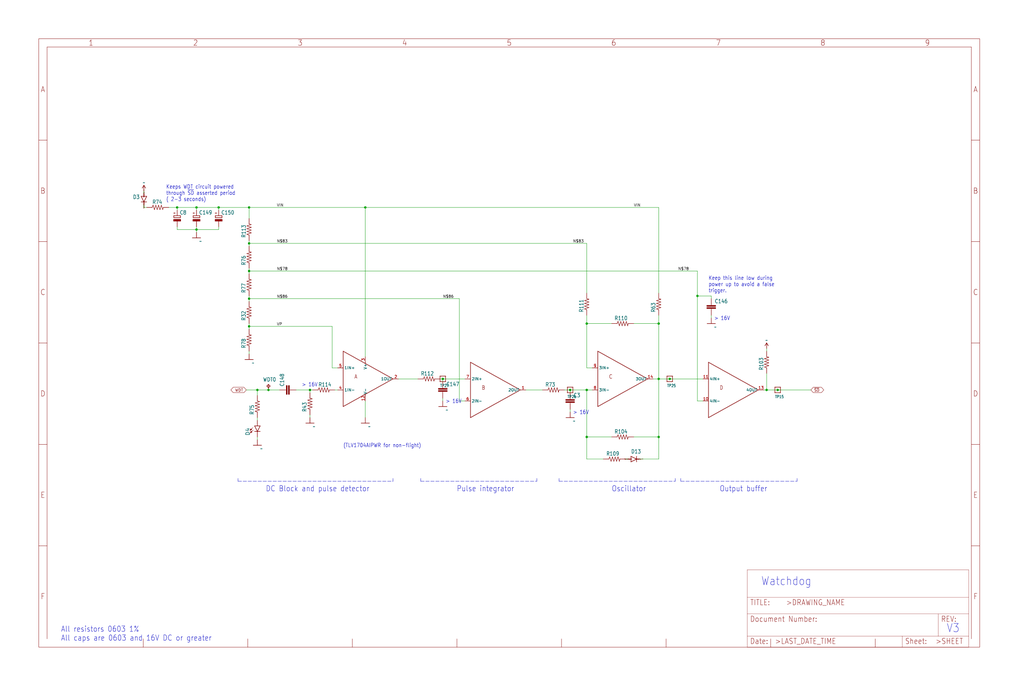
<source format=kicad_sch>
(kicad_sch (version 20211123) (generator eeschema)
  (paper "User" 469.9 317.906)
  (lib_symbols
    (symbol "oresat-c3-eagle-import:C-EU0603-C-NOSILK"
      (property "Reference" "C" (at 1.524 0.381 0))
      (property "Value" "C-EU0603-C-NOSILK" (at 1.524 -4.699 0))
      (symbol "C-EU0603-C-NOSILK_1_0"
        (rectangle (start -2.032 -2.032) (end 2.032 -1.524) (fill (type outline)))
        (rectangle (start -2.032 -1.016) (end 2.032 -0.508) (fill (type outline)))
        (polyline (pts (xy 0 -2.54) (xy 0 -2.032)) (stroke (width 0.1524)))
        (polyline (pts (xy 0 0) (xy 0 -0.508)) (stroke (width 0.1524)))
        (pin passive line (at 0 2.54 270) (length 2.54) (name "1") (number "1"))
        (pin passive line (at 0 -5.08 90) (length 2.54) (name "2") (number "2"))
      )
    )
    (symbol "oresat-c3-eagle-import:CPOL-EUD{slash}7343-31R"
      (property "Reference" "C" (at 1.143 0.4826 0))
      (property "Value" "CPOL-EUD{slash}7343-31R" (at 1.143 -4.5974 0))
      (symbol "CPOL-EUD{slash}7343-31R_1_0"
        (rectangle (start -1.651 -2.54) (end 1.651 -1.651) (fill (type outline)))
        (polyline (pts (xy -1.524 -0.889) (xy 1.524 -0.889)) (stroke (width 0.254)))
        (polyline (pts (xy -1.524 0) (xy -1.524 -0.889)) (stroke (width 0.254)))
        (polyline (pts (xy -1.524 0) (xy 1.524 0)) (stroke (width 0.254)))
        (polyline (pts (xy 1.524 -0.889) (xy 1.524 0)) (stroke (width 0.254)))
        (text "+" (at -0.5842 0.4064 900) (effects (font (size 1.27 1.0795)) (justify left bottom)))
        (pin passive line (at 0 2.54 270) (length 2.54) (name "+") (number "+"))
        (pin passive line (at 0 -5.08 90) (length 2.54) (name "-") (number "-"))
      )
    )
    (symbol "oresat-c3-eagle-import:DIODE-SOD323-R"
      (property "Reference" "D" (at -2.54 1.905 0))
      (property "Value" "DIODE-SOD323-R" (at -2.54 -3.81 0))
      (symbol "DIODE-SOD323-R_1_0"
        (polyline (pts (xy -1.27 -1.27) (xy 1.27 0)) (stroke (width 0.254)))
        (polyline (pts (xy -1.27 0) (xy -2.54 0)) (stroke (width 0.254)))
        (polyline (pts (xy -1.27 0) (xy -1.27 -1.27)) (stroke (width 0.254)))
        (polyline (pts (xy -1.27 1.27) (xy -1.27 0)) (stroke (width 0.254)))
        (polyline (pts (xy 1.27 0) (xy -1.27 1.27)) (stroke (width 0.254)))
        (polyline (pts (xy 1.27 0) (xy 1.27 -1.27)) (stroke (width 0.254)))
        (polyline (pts (xy 1.27 1.27) (xy 1.27 0)) (stroke (width 0.254)))
        (polyline (pts (xy 2.54 0) (xy 1.27 0)) (stroke (width 0.254)))
        (text "SpiceOrder 1" (at -2.54 0 0) (effects (font (size 0.4064 0.3454))))
        (text "SpiceOrder 2" (at 2.54 0 0) (effects (font (size 0.4064 0.3454))))
        (pin passive line (at -2.54 0 0) (length 0) (name "A") (number "A"))
        (pin passive line (at 2.54 0 180) (length 0) (name "C") (number "C"))
      )
    )
    (symbol "oresat-c3-eagle-import:FRAME_B_L"
      (symbol "FRAME_B_L_1_0"
        (polyline (pts (xy 0 46.5667) (xy 3.81 46.5667)))
        (polyline (pts (xy 0 93.1333) (xy 3.81 93.1333)))
        (polyline (pts (xy 0 139.7) (xy 3.81 139.7)))
        (polyline (pts (xy 0 186.2667) (xy 3.81 186.2667)))
        (polyline (pts (xy 0 232.8333) (xy 3.81 232.8333)))
        (polyline (pts (xy 3.81 3.81) (xy 3.81 275.59)))
        (polyline (pts (xy 47.9778 0) (xy 47.9778 3.81)))
        (polyline (pts (xy 95.9556 0) (xy 95.9556 3.81)))
        (polyline (pts (xy 143.9333 0) (xy 143.9333 3.81)))
        (polyline (pts (xy 191.9111 0) (xy 191.9111 3.81)))
        (polyline (pts (xy 239.8889 0) (xy 239.8889 3.81)))
        (polyline (pts (xy 287.8667 0) (xy 287.8667 3.81)))
        (polyline (pts (xy 335.8444 0) (xy 335.8444 3.81)))
        (polyline (pts (xy 383.8222 0) (xy 383.8222 3.81)))
        (polyline (pts (xy 427.99 3.81) (xy 427.99 275.59)))
        (polyline (pts (xy 427.99 46.5667) (xy 431.8 46.5667)))
        (polyline (pts (xy 427.99 93.1333) (xy 431.8 93.1333)))
        (polyline (pts (xy 427.99 139.7) (xy 431.8 139.7)))
        (polyline (pts (xy 427.99 186.2667) (xy 431.8 186.2667)))
        (polyline (pts (xy 427.99 232.8333) (xy 431.8 232.8333)))
        (polyline (pts (xy 427.99 275.59) (xy 3.81 275.59)))
        (polyline (pts (xy 0 0) (xy 431.8 0) (xy 431.8 279.4) (xy 0 279.4) (xy 0 0)))
        (text "1" (at 23.9889 277.495 0) (effects (font (size 2.54 2.286))))
        (text "2" (at 71.9667 277.495 0) (effects (font (size 2.54 2.286))))
        (text "3" (at 119.9444 277.495 0) (effects (font (size 2.54 2.286))))
        (text "4" (at 167.9222 277.495 0) (effects (font (size 2.54 2.286))))
        (text "5" (at 215.9 277.495 0) (effects (font (size 2.54 2.286))))
        (text "6" (at 263.8778 277.495 0) (effects (font (size 2.54 2.286))))
        (text "7" (at 311.8556 277.495 0) (effects (font (size 2.54 2.286))))
        (text "8" (at 359.8333 277.495 0) (effects (font (size 2.54 2.286))))
        (text "9" (at 407.8111 277.495 0) (effects (font (size 2.54 2.286))))
        (text "A" (at 1.905 256.1167 0) (effects (font (size 2.54 2.286))))
        (text "A" (at 429.895 256.1167 0) (effects (font (size 2.54 2.286))))
        (text "B" (at 1.905 209.55 0) (effects (font (size 2.54 2.286))))
        (text "B" (at 429.895 209.55 0) (effects (font (size 2.54 2.286))))
        (text "C" (at 1.905 162.9833 0) (effects (font (size 2.54 2.286))))
        (text "C" (at 429.895 162.9833 0) (effects (font (size 2.54 2.286))))
        (text "D" (at 1.905 116.4167 0) (effects (font (size 2.54 2.286))))
        (text "D" (at 429.895 116.4167 0) (effects (font (size 2.54 2.286))))
        (text "E" (at 1.905 69.85 0) (effects (font (size 2.54 2.286))))
        (text "E" (at 429.895 69.85 0) (effects (font (size 2.54 2.286))))
        (text "F" (at 1.905 23.2833 0) (effects (font (size 2.54 2.286))))
        (text "F" (at 429.895 23.2833 0) (effects (font (size 2.54 2.286))))
      )
      (symbol "FRAME_B_L_2_0"
        (polyline (pts (xy 0 0) (xy 0 5.08)) (stroke (width 0.1016)))
        (polyline (pts (xy 0 0) (xy 71.12 0)) (stroke (width 0.1016)))
        (polyline (pts (xy 0 5.08) (xy 0 15.24)) (stroke (width 0.1016)))
        (polyline (pts (xy 0 5.08) (xy 71.12 5.08)) (stroke (width 0.1016)))
        (polyline (pts (xy 0 15.24) (xy 0 22.86)) (stroke (width 0.1016)))
        (polyline (pts (xy 0 22.86) (xy 0 35.56)) (stroke (width 0.1016)))
        (polyline (pts (xy 0 22.86) (xy 101.6 22.86)) (stroke (width 0.1016)))
        (polyline (pts (xy 71.12 0) (xy 101.6 0)) (stroke (width 0.1016)))
        (polyline (pts (xy 71.12 5.08) (xy 71.12 0)) (stroke (width 0.1016)))
        (polyline (pts (xy 71.12 5.08) (xy 87.63 5.08)) (stroke (width 0.1016)))
        (polyline (pts (xy 87.63 5.08) (xy 101.6 5.08)) (stroke (width 0.1016)))
        (polyline (pts (xy 87.63 15.24) (xy 0 15.24)) (stroke (width 0.1016)))
        (polyline (pts (xy 87.63 15.24) (xy 87.63 5.08)) (stroke (width 0.1016)))
        (polyline (pts (xy 101.6 5.08) (xy 101.6 0)) (stroke (width 0.1016)))
        (polyline (pts (xy 101.6 15.24) (xy 87.63 15.24)) (stroke (width 0.1016)))
        (polyline (pts (xy 101.6 15.24) (xy 101.6 5.08)) (stroke (width 0.1016)))
        (polyline (pts (xy 101.6 22.86) (xy 101.6 15.24)) (stroke (width 0.1016)))
        (polyline (pts (xy 101.6 35.56) (xy 0 35.56)) (stroke (width 0.1016)))
        (polyline (pts (xy 101.6 35.56) (xy 101.6 22.86)) (stroke (width 0.1016)))
        (text ">DRAWING_NAME" (at 17.78 19.05 0) (effects (font (size 2.54 2.159)) (justify left bottom)))
        (text ">LAST_DATE_TIME" (at 12.7 1.27 0) (effects (font (size 2.54 2.159)) (justify left bottom)))
        (text ">SHEET" (at 86.36 1.27 0) (effects (font (size 2.54 2.159)) (justify left bottom)))
        (text "Date:" (at 1.27 1.27 0) (effects (font (size 2.54 2.159)) (justify left bottom)))
        (text "Document Number:" (at 1.27 11.43 0) (effects (font (size 2.54 2.159)) (justify left bottom)))
        (text "REV:" (at 88.9 11.43 0) (effects (font (size 2.54 2.159)) (justify left bottom)))
        (text "Sheet:" (at 72.39 1.27 0) (effects (font (size 2.54 2.159)) (justify left bottom)))
        (text "TITLE:" (at 1.27 19.05 0) (effects (font (size 2.54 2.159)) (justify left bottom)))
      )
    )
    (symbol "oresat-c3-eagle-import:GND" (power)
      (property "Value" "GND" (at -2.54 -2.54 0))
      (symbol "GND_1_0"
        (polyline (pts (xy -1.905 0) (xy 1.905 0)) (stroke (width 0.254)))
        (pin power_in line (at 0 2.54 270) (length 2.54) (name "GND") (number "1"))
      )
    )
    (symbol "oresat-c3-eagle-import:LED-GREEN0603"
      (property "Reference" "D" (at -3.429 -4.572 90))
      (property "Value" "LED-GREEN0603" (at 1.905 -4.572 90))
      (symbol "LED-GREEN0603_1_0"
        (polyline (pts (xy -2.032 -0.762) (xy -3.429 -2.159)) (stroke (width 0.1524)))
        (polyline (pts (xy -1.905 -1.905) (xy -3.302 -3.302)) (stroke (width 0.1524)))
        (polyline (pts (xy 0 -2.54) (xy -1.27 -2.54)) (stroke (width 0.254)))
        (polyline (pts (xy 0 -2.54) (xy -1.27 0)) (stroke (width 0.254)))
        (polyline (pts (xy 1.27 -2.54) (xy 0 -2.54)) (stroke (width 0.254)))
        (polyline (pts (xy 1.27 0) (xy -1.27 0)) (stroke (width 0.254)))
        (polyline (pts (xy 1.27 0) (xy 0 -2.54)) (stroke (width 0.254)))
        (polyline (pts (xy -3.429 -2.159) (xy -3.048 -1.27) (xy -2.54 -1.778)) (fill (type outline)))
        (polyline (pts (xy -3.302 -3.302) (xy -2.921 -2.413) (xy -2.413 -2.921)) (fill (type outline)))
        (pin passive line (at 0 2.54 270) (length 2.54) (name "A") (number "A"))
        (pin passive line (at 0 -5.08 90) (length 2.54) (name "C") (number "C"))
      )
    )
    (symbol "oresat-c3-eagle-import:R-US_0603-C-NOSILK"
      (property "Reference" "R" (at -3.81 1.4986 0))
      (property "Value" "R-US_0603-C-NOSILK" (at -3.81 -3.302 0))
      (symbol "R-US_0603-C-NOSILK_1_0"
        (polyline (pts (xy -2.54 0) (xy -2.159 1.016)) (stroke (width 0.2032)))
        (polyline (pts (xy -2.159 1.016) (xy -1.524 -1.016)) (stroke (width 0.2032)))
        (polyline (pts (xy -1.524 -1.016) (xy -0.889 1.016)) (stroke (width 0.2032)))
        (polyline (pts (xy -0.889 1.016) (xy -0.254 -1.016)) (stroke (width 0.2032)))
        (polyline (pts (xy -0.254 -1.016) (xy 0.381 1.016)) (stroke (width 0.2032)))
        (polyline (pts (xy 0.381 1.016) (xy 1.016 -1.016)) (stroke (width 0.2032)))
        (polyline (pts (xy 1.016 -1.016) (xy 1.651 1.016)) (stroke (width 0.2032)))
        (polyline (pts (xy 1.651 1.016) (xy 2.286 -1.016)) (stroke (width 0.2032)))
        (polyline (pts (xy 2.286 -1.016) (xy 2.54 0)) (stroke (width 0.2032)))
        (pin passive line (at -5.08 0 0) (length 2.54) (name "1") (number "1"))
        (pin passive line (at 5.08 0 180) (length 2.54) (name "2") (number "2"))
      )
    )
    (symbol "oresat-c3-eagle-import:R-US_1206-C"
      (property "Reference" "R" (at -3.81 1.4986 0))
      (property "Value" "R-US_1206-C" (at -3.81 -3.302 0))
      (symbol "R-US_1206-C_1_0"
        (polyline (pts (xy -2.54 0) (xy -2.159 1.016)) (stroke (width 0.2032)))
        (polyline (pts (xy -2.159 1.016) (xy -1.524 -1.016)) (stroke (width 0.2032)))
        (polyline (pts (xy -1.524 -1.016) (xy -0.889 1.016)) (stroke (width 0.2032)))
        (polyline (pts (xy -0.889 1.016) (xy -0.254 -1.016)) (stroke (width 0.2032)))
        (polyline (pts (xy -0.254 -1.016) (xy 0.381 1.016)) (stroke (width 0.2032)))
        (polyline (pts (xy 0.381 1.016) (xy 1.016 -1.016)) (stroke (width 0.2032)))
        (polyline (pts (xy 1.016 -1.016) (xy 1.651 1.016)) (stroke (width 0.2032)))
        (polyline (pts (xy 1.651 1.016) (xy 2.286 -1.016)) (stroke (width 0.2032)))
        (polyline (pts (xy 2.286 -1.016) (xy 2.54 0)) (stroke (width 0.2032)))
        (pin passive line (at -5.08 0 0) (length 2.54) (name "1") (number "1"))
        (pin passive line (at 5.08 0 180) (length 2.54) (name "2") (number "2"))
      )
    )
    (symbol "oresat-c3-eagle-import:TEST-POINT-LARGE"
      (property "Reference" "TP" (at -2.54 2.54 0))
      (symbol "TEST-POINT-LARGE_1_0"
        (polyline (pts (xy -0.762 -0.762) (xy 0 0)) (stroke (width 0.254)))
        (polyline (pts (xy 0 -1.524) (xy -0.762 -0.762)) (stroke (width 0.254)))
        (polyline (pts (xy 0 0) (xy 0.762 -0.762)) (stroke (width 0.254)))
        (polyline (pts (xy 0.762 -0.762) (xy 0 -1.524)) (stroke (width 0.254)))
        (pin input line (at 0 -2.54 90) (length 2.54) (name "TP") (number "1"))
      )
    )
    (symbol "oresat-c3-eagle-import:TEST-POINT-LARGE-SQUARE"
      (property "Reference" "TP" (at -2.54 2.54 0))
      (symbol "TEST-POINT-LARGE-SQUARE_1_0"
        (polyline (pts (xy -1.27 -1.27) (xy -1.27 1.27)) (stroke (width 0.254)))
        (polyline (pts (xy -1.27 1.27) (xy 1.27 1.27)) (stroke (width 0.254)))
        (polyline (pts (xy 1.27 -1.27) (xy -1.27 -1.27)) (stroke (width 0.254)))
        (polyline (pts (xy 1.27 1.27) (xy 1.27 -1.27)) (stroke (width 0.254)))
        (pin passive line (at 0 0 0) (length 0) (name "1") (number "1"))
      )
    )
    (symbol "oresat-c3-eagle-import:TLV1704AMPWTPSEPTSSOP-14"
      (symbol "TLV1704AMPWTPSEPTSSOP-14_1_0"
        (polyline (pts (xy -10.16 -12.7) (xy -10.16 12.7)) (stroke (width 0.254)))
        (polyline (pts (xy -10.16 12.7) (xy 12.7 0)) (stroke (width 0.254)))
        (polyline (pts (xy 0 -7.62) (xy 0 -7.112)) (stroke (width 0.254)))
        (polyline (pts (xy 0 7.62) (xy 0 7.112)) (stroke (width 0.254)))
        (polyline (pts (xy 12.7 0) (xy -10.16 -12.7)) (stroke (width 0.254)))
        (text "A" (at -5.08 0 0) (effects (font (size 1.778 1.5113)) (justify left bottom)))
        (pin power_in line (at 0 -10.16 90) (length 2.54) (name "V-") (number "12"))
        (pin passive line (at 15.24 0 180) (length 2.54) (name "1OUT") (number "2"))
        (pin power_in line (at 0 10.16 270) (length 2.54) (name "V+") (number "3"))
        (pin input line (at -12.7 -5.08 0) (length 2.54) (name "1IN-") (number "4"))
        (pin input line (at -12.7 5.08 0) (length 2.54) (name "1IN+") (number "5"))
      )
      (symbol "TLV1704AMPWTPSEPTSSOP-14_2_0"
        (polyline (pts (xy -10.16 -12.7) (xy -10.16 12.7)) (stroke (width 0.254)))
        (polyline (pts (xy -10.16 12.7) (xy 12.7 0)) (stroke (width 0.254)))
        (polyline (pts (xy 12.7 0) (xy -10.16 -12.7)) (stroke (width 0.254)))
        (text "B" (at -5.08 0 0) (effects (font (size 1.778 1.5113)) (justify left bottom)))
        (pin passive line (at 15.24 0 180) (length 2.54) (name "2OUT") (number "1"))
        (pin input line (at -12.7 -5.08 0) (length 2.54) (name "2IN-") (number "6"))
        (pin input line (at -12.7 5.08 0) (length 2.54) (name "2IN+") (number "7"))
      )
      (symbol "TLV1704AMPWTPSEPTSSOP-14_3_0"
        (polyline (pts (xy -10.16 -12.7) (xy -10.16 12.7)) (stroke (width 0.254)))
        (polyline (pts (xy -10.16 12.7) (xy 12.7 0)) (stroke (width 0.254)))
        (polyline (pts (xy 12.7 0) (xy -10.16 -12.7)) (stroke (width 0.254)))
        (text "C" (at -5.08 0 0) (effects (font (size 1.778 1.5113)) (justify left bottom)))
        (pin passive line (at 15.24 0 180) (length 2.54) (name "3OUT") (number "14"))
        (pin input line (at -12.7 -5.08 0) (length 2.54) (name "3IN-") (number "8"))
        (pin input line (at -12.7 5.08 0) (length 2.54) (name "3IN+") (number "9"))
      )
      (symbol "TLV1704AMPWTPSEPTSSOP-14_4_0"
        (polyline (pts (xy -10.16 -12.7) (xy -10.16 12.7)) (stroke (width 0.254)))
        (polyline (pts (xy -10.16 12.7) (xy 12.7 0)) (stroke (width 0.254)))
        (polyline (pts (xy 12.7 0) (xy -10.16 -12.7)) (stroke (width 0.254)))
        (text "D" (at -5.08 0 0) (effects (font (size 1.778 1.5113)) (justify left bottom)))
        (pin input line (at -12.7 -5.08 0) (length 2.54) (name "4IN-") (number "10"))
        (pin input line (at -12.7 5.08 0) (length 2.54) (name "4IN+") (number "11"))
        (pin passive line (at 15.24 0 180) (length 2.54) (name "4OUT") (number "13"))
      )
    )
    (symbol "oresat-c3-eagle-import:VBUS" (power)
      (property "Value" "VBUS" (at 0 0.254 0))
      (symbol "VBUS_1_0"
        (polyline (pts (xy 0 0) (xy -0.762 -1.27)) (stroke (width 0.254)))
        (polyline (pts (xy 0.762 -1.27) (xy 0 0)) (stroke (width 0.254)))
        (pin power_in line (at 0 -2.54 90) (length 2.54) (name "VBUS") (number "1"))
      )
    )
  )
  (junction (at 351.79 179.07))
  (junction (at 203.2 173.99))
  (junction (at 307.34 173.99))
  (junction (at 320.04 135.89))
  (junction (at 269.24 179.07))
  (junction (at 302.26 173.99))
  (junction (at 167.64 95.25))
  (junction (at 114.3 95.25))
  (junction (at 302.26 148.59))
  (junction (at 90.17 105.41))
  (junction (at 123.19 179.07))
  (junction (at 114.3 149.86))
  (junction (at 114.3 137.16))
  (junction (at 269.24 148.59))
  (junction (at 302.26 200.66))
  (junction (at 114.3 124.46))
  (junction (at 90.17 95.25))
  (junction (at 261.62 179.07))
  (junction (at 100.33 95.25))
  (junction (at 118.11 179.07))
  (junction (at 269.24 200.66))
  (junction (at 81.28 95.25))
  (junction (at 114.3 111.76))
  (junction (at 142.24 179.07))
  (junction (at 356.87 179.07))
  (wire (pts (xy 123.19 179.07) (xy 128.27 179.07)))
  (wire (pts (xy 142.24 179.07) (xy 142.24 180.34)))
  (wire (pts (xy 269.24 168.91) (xy 269.24 148.59)))
  (wire (pts (xy 81.28 105.41) (xy 90.17 105.41)))
  (wire (pts (xy 302.26 173.99) (xy 307.34 173.99)))
  (wire (pts (xy 269.24 179.07) (xy 269.24 200.66)))
  (wire (pts (xy 302.26 148.59) (xy 290.83 148.59)))
  (wire (pts (xy 271.78 179.07) (xy 269.24 179.07)))
  (wire (pts (xy 326.39 146.05) (xy 326.39 144.78)))
  (wire (pts (xy 302.26 200.66) (xy 302.26 210.82)))
  (wire (pts (xy 372.11 179.07) (xy 356.87 179.07)))
  (wire (pts (xy 167.64 191.77) (xy 167.64 184.15)))
  (wire (pts (xy 288.29 210.82) (xy 287.02 210.82)))
  (wire (pts (xy 66.04 88.9) (xy 66.04 87.63)))
  (wire (pts (xy 269.24 179.07) (xy 261.62 179.07)))
  (wire (pts (xy 213.36 173.99) (xy 203.2 173.99)))
  (wire (pts (xy 210.82 184.15) (xy 210.82 137.16)))
  (wire (pts (xy 302.26 210.82) (xy 293.37 210.82)))
  (polyline (pts (xy 312.42 220.98) (xy 365.76 220.98)))
  (wire (pts (xy 114.3 124.46) (xy 320.04 124.46)))
  (wire (pts (xy 114.3 137.16) (xy 210.82 137.16)))
  (wire (pts (xy 322.58 184.15) (xy 320.04 184.15)))
  (wire (pts (xy 320.04 184.15) (xy 320.04 135.89)))
  (wire (pts (xy 77.47 95.25) (xy 81.28 95.25)))
  (wire (pts (xy 271.78 168.91) (xy 269.24 168.91)))
  (wire (pts (xy 81.28 96.52) (xy 81.28 95.25)))
  (wire (pts (xy 142.24 191.77) (xy 142.24 190.5)))
  (wire (pts (xy 167.64 95.25) (xy 167.64 163.83)))
  (wire (pts (xy 114.3 110.49) (xy 114.3 111.76)))
  (polyline (pts (xy 312.42 219.71) (xy 312.42 220.98)))
  (wire (pts (xy 261.62 189.23) (xy 261.62 187.96)))
  (polyline (pts (xy 193.04 220.98) (xy 246.38 220.98)))
  (polyline (pts (xy 309.88 220.98) (xy 309.88 219.71)))
  (wire (pts (xy 90.17 105.41) (xy 100.33 105.41)))
  (wire (pts (xy 280.67 200.66) (xy 269.24 200.66)))
  (wire (pts (xy 114.3 161.29) (xy 114.3 162.56)))
  (wire (pts (xy 203.2 173.99) (xy 203.2 175.26)))
  (wire (pts (xy 114.3 148.59) (xy 114.3 149.86)))
  (polyline (pts (xy 193.04 219.71) (xy 193.04 220.98)))
  (wire (pts (xy 269.24 210.82) (xy 276.86 210.82)))
  (wire (pts (xy 203.2 184.15) (xy 203.2 182.88)))
  (wire (pts (xy 302.26 95.25) (xy 302.26 134.62)))
  (wire (pts (xy 100.33 105.41) (xy 100.33 104.14)))
  (wire (pts (xy 154.94 168.91) (xy 152.4 168.91)))
  (wire (pts (xy 142.24 179.07) (xy 143.51 179.07)))
  (wire (pts (xy 114.3 111.76) (xy 269.24 111.76)))
  (wire (pts (xy 203.2 173.99) (xy 201.93 173.99)))
  (wire (pts (xy 152.4 168.91) (xy 152.4 149.86)))
  (wire (pts (xy 66.04 93.98) (xy 66.04 95.25)))
  (wire (pts (xy 356.87 179.07) (xy 351.79 179.07)))
  (polyline (pts (xy 365.76 220.98) (xy 365.76 219.71)))
  (wire (pts (xy 326.39 137.16) (xy 326.39 135.89)))
  (polyline (pts (xy 180.34 220.98) (xy 180.34 219.71)))
  (wire (pts (xy 114.3 125.73) (xy 114.3 124.46)))
  (wire (pts (xy 182.88 173.99) (xy 191.77 173.99)))
  (wire (pts (xy 269.24 144.78) (xy 269.24 148.59)))
  (wire (pts (xy 302.26 173.99) (xy 302.26 148.59)))
  (polyline (pts (xy 109.22 219.71) (xy 109.22 220.98)))
  (polyline (pts (xy 256.54 219.71) (xy 256.54 220.98)))
  (polyline (pts (xy 246.38 220.98) (xy 246.38 219.71)))
  (wire (pts (xy 261.62 179.07) (xy 261.62 180.34)))
  (wire (pts (xy 269.24 134.62) (xy 269.24 111.76)))
  (wire (pts (xy 114.3 149.86) (xy 114.3 151.13)))
  (wire (pts (xy 241.3 179.07) (xy 248.92 179.07)))
  (wire (pts (xy 135.89 179.07) (xy 142.24 179.07)))
  (wire (pts (xy 259.08 179.07) (xy 261.62 179.07)))
  (wire (pts (xy 118.11 200.66) (xy 118.11 201.93)))
  (wire (pts (xy 114.3 149.86) (xy 152.4 149.86)))
  (wire (pts (xy 90.17 105.41) (xy 90.17 106.68)))
  (wire (pts (xy 213.36 184.15) (xy 210.82 184.15)))
  (wire (pts (xy 320.04 135.89) (xy 320.04 124.46)))
  (wire (pts (xy 66.04 95.25) (xy 67.31 95.25)))
  (wire (pts (xy 350.52 179.07) (xy 351.79 179.07)))
  (wire (pts (xy 114.3 137.16) (xy 114.3 135.89)))
  (wire (pts (xy 351.79 171.45) (xy 351.79 179.07)))
  (wire (pts (xy 269.24 148.59) (xy 280.67 148.59)))
  (polyline (pts (xy 256.54 220.98) (xy 309.88 220.98)))
  (wire (pts (xy 302.26 144.78) (xy 302.26 148.59)))
  (wire (pts (xy 302.26 173.99) (xy 302.26 200.66)))
  (wire (pts (xy 269.24 200.66) (xy 269.24 210.82)))
  (wire (pts (xy 114.3 124.46) (xy 114.3 123.19)))
  (wire (pts (xy 123.19 179.07) (xy 118.11 179.07)))
  (wire (pts (xy 100.33 95.25) (xy 114.3 95.25)))
  (wire (pts (xy 118.11 193.04) (xy 118.11 191.77)))
  (wire (pts (xy 114.3 95.25) (xy 167.64 95.25)))
  (wire (pts (xy 90.17 95.25) (xy 100.33 95.25)))
  (wire (pts (xy 90.17 104.14) (xy 90.17 105.41)))
  (wire (pts (xy 299.72 173.99) (xy 302.26 173.99)))
  (wire (pts (xy 81.28 95.25) (xy 90.17 95.25)))
  (wire (pts (xy 114.3 95.25) (xy 114.3 100.33)))
  (wire (pts (xy 153.67 179.07) (xy 154.94 179.07)))
  (wire (pts (xy 114.3 138.43) (xy 114.3 137.16)))
  (wire (pts (xy 81.28 104.14) (xy 81.28 105.41)))
  (polyline (pts (xy 109.22 220.98) (xy 180.34 220.98)))
  (wire (pts (xy 326.39 135.89) (xy 320.04 135.89)))
  (wire (pts (xy 351.79 160.02) (xy 351.79 161.29)))
  (wire (pts (xy 167.64 95.25) (xy 302.26 95.25)))
  (wire (pts (xy 118.11 181.61) (xy 118.11 179.07)))
  (wire (pts (xy 100.33 96.52) (xy 100.33 95.25)))
  (wire (pts (xy 307.34 173.99) (xy 322.58 173.99)))
  (wire (pts (xy 114.3 111.76) (xy 114.3 113.03)))
  (wire (pts (xy 90.17 96.52) (xy 90.17 95.25)))
  (wire (pts (xy 118.11 179.07) (xy 113.03 179.07)))
  (wire (pts (xy 290.83 200.66) (xy 302.26 200.66)))
  (text "Pulse integrator" (at 209.55 226.06 180) (effects (font (size 2.54 2.159)) (justify left bottom)))
  (text "V3" (at 434.34 290.83 180) (effects (font (size 3.81 3.2385)) (justify left bottom)))
  (text "(TLV1704AIPWR for non-flight)" (at 157.48 205.74 180) (effects (font (size 1.778 1.5113)) (justify left bottom)))
  (text "All resistors 0603 1%\nAll caps are 0603 and 16V DC or greater" (at 27.94 294.64 180) (effects (font (size 2.54 2.159)) (justify left bottom)))
  (text "Keep this line low during\npower up to avoid a false\ntrigger." (at 325.12 134.62 180) (effects (font (size 1.778 1.5113)) (justify left bottom)))
  (text "Output buffer" (at 330.2 226.06 180) (effects (font (size 2.54 2.159)) (justify left bottom)))
  (text "> 16V" (at 138.43 177.8 180) (effects (font (size 1.778 1.5113)) (justify left bottom)))
  (text "> 16V" (at 204.47 185.42 180) (effects (font (size 1.778 1.5113)) (justify left bottom)))
  (text "Keeps WDT circuit powered\nthrough ~{SD} asserted period\n(~{} 2-3 seconds)" (at 76.2 92.71 180) (effects (font (size 1.778 1.5113)) (justify left bottom)))
  (text "> 16V" (at 327.66 147.32 180) (effects (font (size 1.778 1.5113)) (justify left bottom)))
  (text "Watchdog" (at 349.25 269.24 180) (effects (font (size 3.81 3.2385)) (justify left bottom)))
  (text "Oscillator" (at 280.67 226.06 180) (effects (font (size 2.54 2.159)) (justify left bottom)))
  (text "DC Block and pulse detector" (at 121.92 226.06 180) (effects (font (size 2.54 2.159)) (justify left bottom)))
  (text "> 16V" (at 262.89 190.5 180) (effects (font (size 1.778 1.5113)) (justify left bottom)))
  (label "N$86" (at 203.2 137.16 0) (effects (font (size 1.2446 1.2446))))
  (label "VIN" (at 127 95.25 0) (effects (font (size 1.2446 1.2446))))
  (label "VP" (at 127 149.86 0) (effects (font (size 1.2446 1.2446))))
  (label "N$78" (at 127 124.46 0) (effects (font (size 1.2446 1.2446))))
  (label "N$86" (at 127 137.16 0) (effects (font (size 1.2446 1.2446))))
  (label "N$83" (at 262.89 111.76 0) (effects (font (size 1.2446 1.2446))))
  (label "N$83" (at 127 111.76 0) (effects (font (size 1.2446 1.2446))))
  (label "VIN" (at 290.83 95.25 0) (effects (font (size 1.2446 1.2446))))
  (label "N$78" (at 311.15 124.46 0) (effects (font (size 1.2446 1.2446))))
  (global_label "WDT" (shape bidirectional) (at 113.03 179.07 180) (effects (font (size 1.2446 1.2446))) (property "Intersheet References" "${INTERSHEET_REFS}" (effects hide)))
  (global_label "~{SD}" (shape bidirectional) (at 372.11 179.07 0) (effects (font (size 1.2446 1.2446))) (property "Intersheet References" "${INTERSHEET_REFS}" (effects hide)))
  (symbol (lib_id "oresat-c3-eagle-import:GND") (at 142.24 194.31 0) (mirror y) (unit 1)
    (property "Reference" "#GND15" (effects hide))
  )
  (symbol (lib_id "oresat-c3-eagle-import:TEST-POINT-LARGE-SQUARE") (at 203.2 173.99 0) (unit 1)
    (property "Reference" "TP27" (at 201.93 177.8 0) (effects (font (size 1.27 1.0795)) (justify left bottom)))
  )
  (symbol (lib_id "oresat-c3-eagle-import:R-US_0603-C-NOSILK") (at 302.26 139.7 90) (unit 1)
    (property "Reference" "R63" (at 300.7614 143.51 0) (effects (font (size 1.778 1.5113)) (justify left bottom)))
  )
  (symbol (lib_id "oresat-c3-eagle-import:TLV1704AMPWTPSEPTSSOP-14") (at 226.06 179.07 0) (unit 2)
    (property "Reference" "U7" (effects hide))
  )
  (symbol (lib_id "oresat-c3-eagle-import:TEST-POINT-LARGE-SQUARE") (at 356.87 179.07 0) (unit 1)
    (property "Reference" "TP15" (at 355.6 182.88 0) (effects (font (size 1.27 1.0795)) (justify left bottom)))
  )
  (symbol (lib_id "oresat-c3-eagle-import:C-EU0603-C-NOSILK") (at 326.39 139.7 0) (unit 1)
    (property "Reference" "C146" (at 327.914 139.319 0) (effects (font (size 1.778 1.5113)) (justify left bottom)))
  )
  (symbol (lib_id "oresat-c3-eagle-import:GND") (at 203.2 186.69 0) (mirror y) (unit 1)
    (property "Reference" "#GND155" (effects hide))
  )
  (symbol (lib_id "oresat-c3-eagle-import:C-EU0603-C-NOSILK") (at 261.62 182.88 0) (unit 1)
    (property "Reference" "C3" (at 263.144 182.499 0) (effects (font (size 1.778 1.5113)) (justify left bottom)))
  )
  (symbol (lib_id "oresat-c3-eagle-import:TEST-POINT-LARGE") (at 123.19 176.53 0) (unit 1)
    (property "Reference" "WDT0" (at 120.65 175.26 0) (effects (font (size 1.778 1.5113)) (justify left bottom)))
  )
  (symbol (lib_id "oresat-c3-eagle-import:R-US_0603-C-NOSILK") (at 114.3 156.21 90) (unit 1)
    (property "Reference" "R78" (at 112.8014 160.02 0) (effects (font (size 1.778 1.5113)) (justify left bottom)))
  )
  (symbol (lib_id "oresat-c3-eagle-import:TEST-POINT-LARGE-SQUARE") (at 307.34 173.99 0) (unit 1)
    (property "Reference" "TP25" (at 306.07 177.8 0) (effects (font (size 1.27 1.0795)) (justify left bottom)))
  )
  (symbol (lib_id "oresat-c3-eagle-import:FRAME_B_L") (at 342.9 297.18 0) (unit 2)
    (property "Reference" "#FRAME8" (effects hide))
  )
  (symbol (lib_id "oresat-c3-eagle-import:R-US_0603-C-NOSILK") (at 351.79 166.37 90) (unit 1)
    (property "Reference" "R103" (at 350.2914 170.18 0) (effects (font (size 1.778 1.5113)) (justify left bottom)))
  )
  (symbol (lib_id "oresat-c3-eagle-import:R-US_0603-C-NOSILK") (at 114.3 118.11 90) (unit 1)
    (property "Reference" "R76" (at 112.8014 121.92 0) (effects (font (size 1.778 1.5113)) (justify left bottom)))
  )
  (symbol (lib_id "oresat-c3-eagle-import:R-US_0603-C-NOSILK") (at 196.85 173.99 0) (unit 1)
    (property "Reference" "R112" (at 193.04 172.4914 0) (effects (font (size 1.778 1.5113)) (justify left bottom)))
  )
  (symbol (lib_id "oresat-c3-eagle-import:GND") (at 90.17 109.22 0) (mirror y) (unit 1)
    (property "Reference" "#GND29" (effects hide))
  )
  (symbol (lib_id "oresat-c3-eagle-import:LED-GREEN0603") (at 118.11 195.58 0) (unit 1)
    (property "Reference" "D4" (at 114.681 200.152 90) (effects (font (size 1.778 1.778)) (justify left bottom)))
  )
  (symbol (lib_id "oresat-c3-eagle-import:R-US_0603-C-NOSILK") (at 148.59 179.07 0) (unit 1)
    (property "Reference" "R114" (at 146.05 177.5714 0) (effects (font (size 1.778 1.5113)) (justify left bottom)))
  )
  (symbol (lib_id "oresat-c3-eagle-import:R-US_0603-C-NOSILK") (at 114.3 105.41 90) (unit 1)
    (property "Reference" "R113" (at 112.8014 109.22 0) (effects (font (size 1.778 1.5113)) (justify left bottom)))
  )
  (symbol (lib_id "oresat-c3-eagle-import:DIODE-SOD323-R") (at 290.83 210.82 0) (unit 1)
    (property "Reference" "D13" (at 289.56 208.28 0) (effects (font (size 1.778 1.5113)) (justify left bottom)))
  )
  (symbol (lib_id "oresat-c3-eagle-import:R-US_0603-C-NOSILK") (at 114.3 130.81 90) (unit 1)
    (property "Reference" "R77" (at 112.8014 134.62 0) (effects (font (size 1.778 1.5113)) (justify left bottom)))
  )
  (symbol (lib_id "oresat-c3-eagle-import:C-EU0603-C-NOSILK") (at 203.2 177.8 0) (unit 1)
    (property "Reference" "C147" (at 204.724 177.419 0) (effects (font (size 1.778 1.5113)) (justify left bottom)))
  )
  (symbol (lib_id "oresat-c3-eagle-import:R-US_0603-C-NOSILK") (at 285.75 200.66 0) (unit 1)
    (property "Reference" "R104" (at 281.94 199.1614 0) (effects (font (size 1.778 1.5113)) (justify left bottom)))
  )
  (symbol (lib_id "oresat-c3-eagle-import:C-EU0603-C-NOSILK") (at 130.81 179.07 90) (unit 1)
    (property "Reference" "C148" (at 130.429 177.546 0) (effects (font (size 1.778 1.5113)) (justify left bottom)))
  )
  (symbol (lib_id "oresat-c3-eagle-import:DIODE-SOD323-R") (at 66.04 91.44 270) (unit 1)
    (property "Reference" "D3" (at 60.96 91.44 90) (effects (font (size 1.778 1.5113)) (justify left bottom)))
  )
  (symbol (lib_id "oresat-c3-eagle-import:CPOL-EUD{slash}7343-31R") (at 90.17 99.06 0) (unit 1)
    (property "Reference" "C149" (at 91.313 98.5774 0) (effects (font (size 1.778 1.5113)) (justify left bottom)))
  )
  (symbol (lib_id "oresat-c3-eagle-import:FRAME_B_L") (at 17.78 297.18 0) (unit 1)
    (property "Reference" "#FRAME8" (effects hide))
  )
  (symbol (lib_id "oresat-c3-eagle-import:TEST-POINT-LARGE-SQUARE") (at 261.62 179.07 0) (unit 1)
    (property "Reference" "TP26" (at 260.35 182.88 0) (effects (font (size 1.27 1.0795)) (justify left bottom)))
  )
  (symbol (lib_id "oresat-c3-eagle-import:GND") (at 114.3 165.1 0) (mirror y) (unit 1)
    (property "Reference" "#GND103" (effects hide))
  )
  (symbol (lib_id "oresat-c3-eagle-import:GND") (at 326.39 148.59 0) (mirror y) (unit 1)
    (property "Reference" "#GND154" (effects hide))
  )
  (symbol (lib_id "oresat-c3-eagle-import:R-US_0603-C-NOSILK") (at 285.75 148.59 0) (unit 1)
    (property "Reference" "R110" (at 281.94 147.0914 0) (effects (font (size 1.778 1.5113)) (justify left bottom)))
  )
  (symbol (lib_id "oresat-c3-eagle-import:CPOL-EUD{slash}7343-31R") (at 100.33 99.06 0) (unit 1)
    (property "Reference" "C150" (at 101.473 98.5774 0) (effects (font (size 1.778 1.5113)) (justify left bottom)))
  )
  (symbol (lib_id "oresat-c3-eagle-import:R-US_0603-C-NOSILK") (at 269.24 139.7 90) (unit 1)
    (property "Reference" "R111" (at 267.7414 143.51 0) (effects (font (size 1.778 1.5113)) (justify left bottom)))
  )
  (symbol (lib_id "oresat-c3-eagle-import:VBUS") (at 66.04 85.09 0) (unit 1)
    (property "Reference" "#VBUS4" (effects hide))
  )
  (symbol (lib_id "oresat-c3-eagle-import:TLV1704AMPWTPSEPTSSOP-14") (at 167.64 173.99 0) (unit 1)
    (property "Reference" "U7" (effects hide))
  )
  (symbol (lib_id "oresat-c3-eagle-import:R-US_0603-C-NOSILK") (at 118.11 186.69 90) (unit 1)
    (property "Reference" "R75" (at 116.6114 190.5 0) (effects (font (size 1.778 1.5113)) (justify left bottom)))
  )
  (symbol (lib_id "oresat-c3-eagle-import:R-US_1206-C") (at 72.39 95.25 0) (unit 1)
    (property "Reference" "R74" (at 69.85 93.7514 0) (effects (font (size 1.778 1.5113)) (justify left bottom)))
  )
  (symbol (lib_id "oresat-c3-eagle-import:GND") (at 261.62 191.77 0) (mirror y) (unit 1)
    (property "Reference" "#GND48" (effects hide))
  )
  (symbol (lib_id "oresat-c3-eagle-import:TLV1704AMPWTPSEPTSSOP-14") (at 284.48 173.99 0) (unit 3)
    (property "Reference" "U7" (effects hide))
  )
  (symbol (lib_id "oresat-c3-eagle-import:GND") (at 167.64 194.31 0) (mirror y) (unit 1)
    (property "Reference" "#GND12" (effects hide))
  )
  (symbol (lib_id "oresat-c3-eagle-import:R-US_0603-C-NOSILK") (at 114.3 143.51 90) (unit 1)
    (property "Reference" "R32" (at 112.8014 147.32 0) (effects (font (size 1.778 1.5113)) (justify left bottom)))
  )
  (symbol (lib_id "oresat-c3-eagle-import:CPOL-EUD{slash}7343-31R") (at 81.28 99.06 0) (unit 1)
    (property "Reference" "C8" (at 82.423 98.5774 0) (effects (font (size 1.778 1.5113)) (justify left bottom)))
  )
  (symbol (lib_id "oresat-c3-eagle-import:VBUS") (at 351.79 157.48 0) (unit 1)
    (property "Reference" "#VBUS2" (effects hide))
  )
  (symbol (lib_id "oresat-c3-eagle-import:R-US_0603-C-NOSILK") (at 281.94 210.82 0) (unit 1)
    (property "Reference" "R109" (at 278.13 209.3214 0) (effects (font (size 1.778 1.5113)) (justify left bottom)))
  )
  (symbol (lib_id "oresat-c3-eagle-import:TLV1704AMPWTPSEPTSSOP-14") (at 335.28 179.07 0) (unit 4)
    (property "Reference" "U7" (effects hide))
  )
  (symbol (lib_id "oresat-c3-eagle-import:GND") (at 118.11 204.47 0) (mirror y) (unit 1)
    (property "Reference" "#GND51" (effects hide))
  )
  (symbol (lib_id "oresat-c3-eagle-import:R-US_0603-C-NOSILK") (at 142.24 185.42 90) (unit 1)
    (property "Reference" "R43" (at 140.7414 189.23 0) (effects (font (size 1.778 1.5113)) (justify left bottom)))
  )
  (symbol (lib_id "oresat-c3-eagle-import:R-US_0603-C-NOSILK") (at 254 179.07 0) (unit 1)
    (property "Reference" "R73" (at 250.19 177.5714 0) (effects (font (size 1.778 1.5113)) (justify left bottom)))
  )
)
</source>
